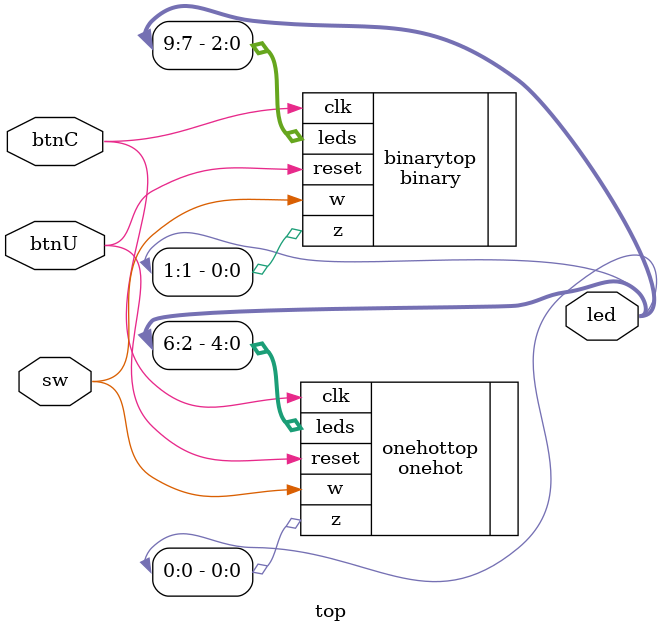
<source format=v>
module top(
    input sw, // w
    output [9:0] led, // see IO table
    input btnC, // clk
    input btnU // reset
);

 onehot onehottop(
        .w(sw),
        .clk(btnC),
        .reset(btnU),
        .z(led[0]),
        .leds(led[6:2])
    );

    binary binarytop(
        .w(sw),
        .clk(btnC),
        .reset(btnU),
        .z(led[1]),
        .leds(led[9:7])
    );


endmodule
</source>
